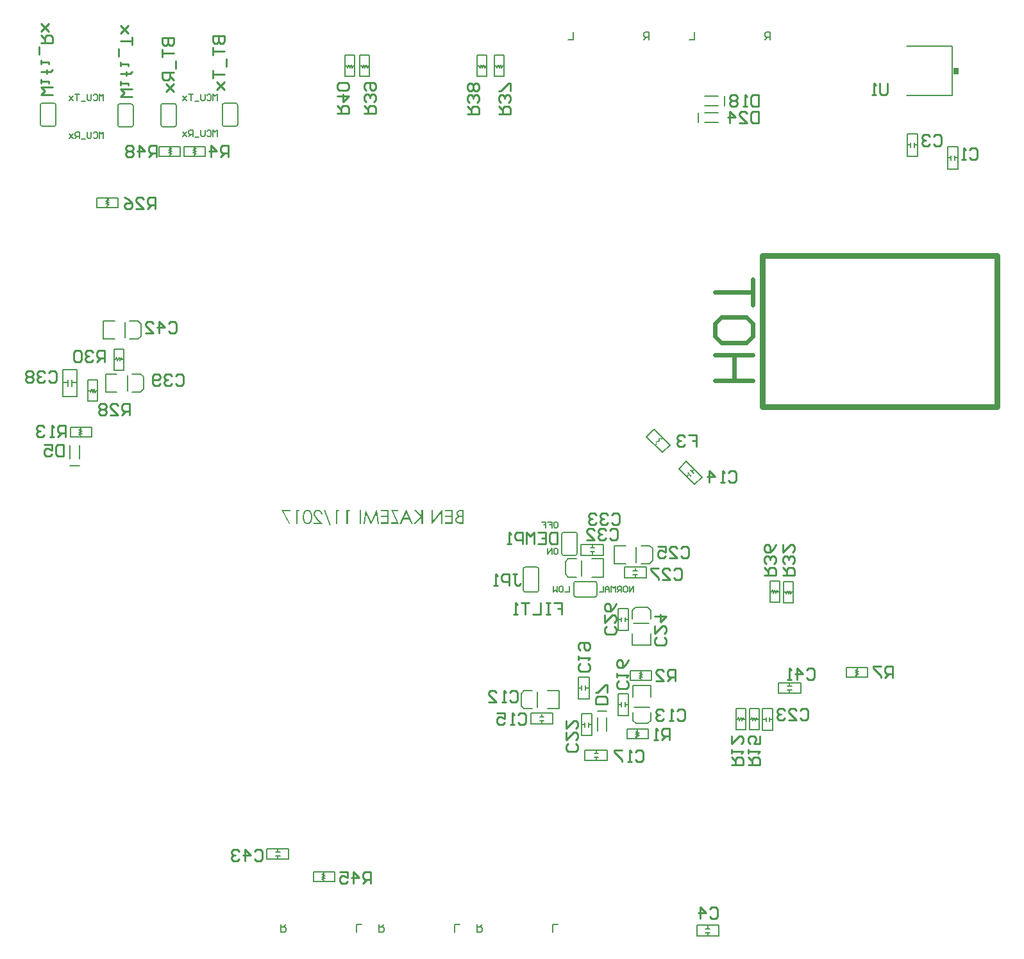
<source format=gbo>
G04 Layer_Color=32896*
%FSLAX24Y24*%
%MOIN*%
G70*
G01*
G75*
%ADD36C,0.0295*%
%ADD39C,0.0236*%
%ADD80C,0.0080*%
%ADD81C,0.0050*%
%ADD82C,0.0059*%
%ADD83C,0.0100*%
%ADD84C,0.0060*%
%ADD193R,0.0300X0.0340*%
G36*
X18107Y23443D02*
X18036D01*
Y24155D01*
X18107D01*
Y23443D01*
D02*
G37*
G36*
X17544Y24085D02*
X17433D01*
Y23443D01*
X17362D01*
Y24155D01*
X17503D01*
X17544Y24085D01*
D02*
G37*
G36*
X19539Y23443D02*
X19134D01*
Y23513D01*
X19467D01*
Y23792D01*
X19134D01*
Y23862D01*
X19467D01*
Y24085D01*
X19130D01*
Y24155D01*
X19539D01*
Y23443D01*
D02*
G37*
G36*
X20810D02*
X20732D01*
X20622Y23676D01*
X20313D01*
X20202Y23443D01*
X20125D01*
X20457Y24155D01*
X20474D01*
X20810Y23443D01*
D02*
G37*
G36*
X20042Y24085D02*
X19775D01*
X20074Y23443D01*
X19681D01*
Y23513D01*
X19965D01*
X19667Y24155D01*
X20042D01*
Y24085D01*
D02*
G37*
G36*
X14433Y24087D02*
X14093D01*
X14422Y23454D01*
X14363Y23425D01*
X13982Y24155D01*
X14433D01*
Y24087D01*
D02*
G37*
G36*
X16551Y23346D02*
X16477D01*
X16182Y24173D01*
X16256D01*
X16551Y23346D01*
D02*
G37*
G36*
X15346Y24172D02*
X15358Y24171D01*
X15382Y24166D01*
X15403Y24160D01*
X15421Y24153D01*
X15429Y24149D01*
X15436Y24146D01*
X15443Y24141D01*
X15448Y24139D01*
X15452Y24137D01*
X15455Y24134D01*
X15457Y24133D01*
X15458Y24132D01*
X15467Y24125D01*
X15477Y24116D01*
X15494Y24098D01*
X15508Y24078D01*
X15521Y24059D01*
X15531Y24042D01*
X15534Y24035D01*
X15537Y24028D01*
X15540Y24023D01*
X15541Y24019D01*
X15543Y24017D01*
Y24016D01*
X15548Y24001D01*
X15553Y23985D01*
X15557Y23968D01*
X15560Y23950D01*
X15565Y23914D01*
X15567Y23895D01*
X15568Y23878D01*
X15570Y23862D01*
X15571Y23846D01*
X15572Y23833D01*
Y23821D01*
X15572Y23812D01*
Y23804D01*
Y23800D01*
Y23799D01*
Y23798D01*
Y23772D01*
X15571Y23749D01*
X15570Y23726D01*
X15567Y23705D01*
X15565Y23686D01*
X15562Y23668D01*
X15560Y23652D01*
X15557Y23637D01*
X15554Y23624D01*
X15552Y23613D01*
X15549Y23603D01*
X15547Y23595D01*
X15544Y23589D01*
X15544Y23584D01*
X15542Y23581D01*
Y23581D01*
X15536Y23567D01*
X15530Y23554D01*
X15522Y23541D01*
X15516Y23530D01*
X15508Y23519D01*
X15501Y23509D01*
X15494Y23500D01*
X15488Y23493D01*
X15481Y23486D01*
X15476Y23480D01*
X15470Y23475D01*
X15466Y23471D01*
X15462Y23467D01*
X15459Y23465D01*
X15458Y23464D01*
X15457Y23463D01*
X15446Y23457D01*
X15435Y23451D01*
X15414Y23441D01*
X15394Y23435D01*
X15375Y23430D01*
X15366Y23428D01*
X15358Y23427D01*
X15351Y23426D01*
X15345D01*
X15340Y23425D01*
X15334D01*
X15321Y23426D01*
X15308Y23426D01*
X15285Y23431D01*
X15263Y23438D01*
X15244Y23445D01*
X15236Y23449D01*
X15229Y23453D01*
X15223Y23456D01*
X15217Y23458D01*
X15213Y23462D01*
X15210Y23463D01*
X15208Y23464D01*
X15207Y23465D01*
X15197Y23473D01*
X15188Y23481D01*
X15170Y23501D01*
X15154Y23521D01*
X15142Y23540D01*
X15132Y23558D01*
X15128Y23565D01*
X15125Y23572D01*
X15122Y23577D01*
X15121Y23581D01*
X15119Y23584D01*
Y23585D01*
X15113Y23600D01*
X15108Y23617D01*
X15100Y23652D01*
X15094Y23687D01*
X15092Y23704D01*
X15090Y23721D01*
X15089Y23737D01*
X15088Y23751D01*
X15087Y23764D01*
Y23776D01*
X15086Y23785D01*
Y23792D01*
Y23796D01*
Y23798D01*
Y23822D01*
X15088Y23845D01*
X15089Y23868D01*
X15091Y23888D01*
X15093Y23907D01*
X15097Y23925D01*
X15099Y23941D01*
X15102Y23955D01*
X15106Y23968D01*
X15108Y23980D01*
X15111Y23990D01*
X15114Y23997D01*
X15116Y24004D01*
X15117Y24009D01*
X15119Y24011D01*
Y24012D01*
X15125Y24027D01*
X15132Y24040D01*
X15139Y24053D01*
X15147Y24064D01*
X15154Y24076D01*
X15161Y24086D01*
X15169Y24095D01*
X15175Y24102D01*
X15183Y24109D01*
X15189Y24115D01*
X15194Y24121D01*
X15199Y24125D01*
X15202Y24128D01*
X15206Y24131D01*
X15207Y24132D01*
X15208Y24132D01*
X15219Y24140D01*
X15230Y24146D01*
X15240Y24151D01*
X15252Y24155D01*
X15272Y24163D01*
X15292Y24168D01*
X15301Y24169D01*
X15308Y24170D01*
X15316Y24172D01*
X15322D01*
X15327Y24173D01*
X15334D01*
X15346Y24172D01*
D02*
G37*
G36*
X16995Y24085D02*
X16883D01*
Y23443D01*
X16812D01*
Y24155D01*
X16953D01*
X16995Y24085D01*
D02*
G37*
G36*
X14914D02*
X14802D01*
Y23443D01*
X14731D01*
Y24155D01*
X14872D01*
X14914Y24085D01*
D02*
G37*
G36*
X22341Y23443D02*
X22267D01*
Y23981D01*
X21797Y23443D01*
X21781D01*
Y24155D01*
X21852D01*
Y23611D01*
X22326Y24155D01*
X22341D01*
Y23443D01*
D02*
G37*
G36*
X19040D02*
X18972D01*
X18902Y23956D01*
X18647Y23443D01*
X18629D01*
X18377Y23952D01*
X18305Y23443D01*
X18236D01*
X18339Y24155D01*
X18350D01*
X18637Y23571D01*
X18926Y24155D01*
X18939D01*
X19040Y23443D01*
D02*
G37*
G36*
X15887Y24172D02*
X15904Y24169D01*
X15922Y24166D01*
X15937Y24162D01*
X15952Y24157D01*
X15966Y24151D01*
X15978Y24145D01*
X15990Y24139D01*
X16000Y24132D01*
X16009Y24126D01*
X16018Y24120D01*
X16024Y24115D01*
X16030Y24111D01*
X16033Y24108D01*
X16036Y24105D01*
X16036Y24105D01*
X16048Y24091D01*
X16059Y24077D01*
X16068Y24064D01*
X16076Y24050D01*
X16082Y24035D01*
X16088Y24021D01*
X16093Y24007D01*
X16096Y23993D01*
X16100Y23981D01*
X16102Y23969D01*
X16104Y23959D01*
X16105Y23950D01*
X16105Y23942D01*
X16106Y23937D01*
Y23933D01*
Y23932D01*
X16038D01*
X16036Y23947D01*
X16034Y23961D01*
X16032Y23974D01*
X16027Y23986D01*
X16023Y23998D01*
X16019Y24009D01*
X16015Y24018D01*
X16010Y24027D01*
X16006Y24034D01*
X16002Y24041D01*
X15998Y24046D01*
X15995Y24051D01*
X15991Y24055D01*
X15989Y24057D01*
X15988Y24059D01*
X15987Y24059D01*
X15978Y24068D01*
X15969Y24075D01*
X15959Y24081D01*
X15950Y24086D01*
X15931Y24094D01*
X15913Y24100D01*
X15897Y24103D01*
X15890Y24104D01*
X15885Y24105D01*
X15880Y24105D01*
X15873D01*
X15861Y24105D01*
X15850Y24104D01*
X15829Y24099D01*
X15810Y24091D01*
X15794Y24084D01*
X15787Y24080D01*
X15781Y24076D01*
X15776Y24072D01*
X15772Y24068D01*
X15768Y24066D01*
X15765Y24064D01*
X15764Y24063D01*
X15763Y24062D01*
X15755Y24054D01*
X15749Y24045D01*
X15742Y24037D01*
X15737Y24027D01*
X15729Y24010D01*
X15724Y23994D01*
X15721Y23979D01*
X15720Y23973D01*
X15719Y23968D01*
X15718Y23964D01*
Y23960D01*
Y23959D01*
Y23958D01*
X15719Y23941D01*
X15722Y23923D01*
X15726Y23909D01*
X15731Y23895D01*
X15735Y23884D01*
X15740Y23875D01*
X15741Y23872D01*
X15743Y23869D01*
X15744Y23868D01*
Y23868D01*
X15749Y23859D01*
X15755Y23850D01*
X15763Y23840D01*
X15771Y23829D01*
X15789Y23807D01*
X15807Y23786D01*
X15815Y23776D01*
X15823Y23766D01*
X15831Y23758D01*
X15838Y23750D01*
X15843Y23744D01*
X15848Y23740D01*
X15850Y23736D01*
X15851Y23736D01*
X16123Y23443D01*
X15640D01*
Y23511D01*
X15969D01*
X15791Y23702D01*
X15776Y23718D01*
X15763Y23734D01*
X15749Y23749D01*
X15739Y23763D01*
X15728Y23775D01*
X15719Y23787D01*
X15711Y23798D01*
X15704Y23808D01*
X15698Y23816D01*
X15692Y23824D01*
X15688Y23831D01*
X15685Y23836D01*
X15682Y23840D01*
X15681Y23843D01*
X15679Y23845D01*
Y23845D01*
X15669Y23866D01*
X15662Y23886D01*
X15657Y23905D01*
X15653Y23923D01*
X15652Y23930D01*
X15651Y23937D01*
X15650Y23944D01*
Y23949D01*
X15649Y23954D01*
Y23957D01*
Y23959D01*
Y23959D01*
X15650Y23975D01*
X15652Y23991D01*
X15655Y24005D01*
X15659Y24019D01*
X15663Y24032D01*
X15669Y24045D01*
X15674Y24056D01*
X15680Y24066D01*
X15685Y24076D01*
X15691Y24084D01*
X15697Y24091D01*
X15701Y24097D01*
X15705Y24102D01*
X15708Y24106D01*
X15710Y24108D01*
X15711Y24109D01*
X15722Y24120D01*
X15735Y24130D01*
X15748Y24138D01*
X15761Y24146D01*
X15775Y24152D01*
X15788Y24157D01*
X15800Y24161D01*
X15813Y24164D01*
X15824Y24167D01*
X15835Y24169D01*
X15845Y24171D01*
X15853Y24172D01*
X15859Y24173D01*
X15869D01*
X15887Y24172D01*
D02*
G37*
G36*
X21333Y23443D02*
X21260D01*
Y23774D01*
X20949Y23443D01*
X20854D01*
X21222Y23836D01*
X20880Y24155D01*
X20975D01*
X21260Y23887D01*
Y24155D01*
X21333D01*
Y23443D01*
D02*
G37*
G36*
X23439D02*
X23244D01*
X23225Y23444D01*
X23207Y23445D01*
X23189Y23449D01*
X23174Y23452D01*
X23158Y23457D01*
X23144Y23462D01*
X23132Y23467D01*
X23120Y23472D01*
X23111Y23478D01*
X23102Y23483D01*
X23094Y23488D01*
X23088Y23493D01*
X23083Y23496D01*
X23079Y23499D01*
X23077Y23501D01*
X23076Y23502D01*
X23065Y23513D01*
X23056Y23525D01*
X23047Y23537D01*
X23039Y23549D01*
X23033Y23562D01*
X23029Y23574D01*
X23024Y23586D01*
X23021Y23597D01*
X23018Y23607D01*
X23016Y23617D01*
X23015Y23625D01*
X23014Y23633D01*
X23013Y23639D01*
Y23643D01*
Y23646D01*
Y23647D01*
X23014Y23663D01*
X23015Y23677D01*
X23019Y23690D01*
X23021Y23702D01*
X23024Y23711D01*
X23028Y23718D01*
X23029Y23723D01*
X23030Y23725D01*
X23037Y23738D01*
X23044Y23749D01*
X23052Y23760D01*
X23060Y23769D01*
X23066Y23777D01*
X23072Y23782D01*
X23075Y23786D01*
X23077Y23786D01*
X23089Y23795D01*
X23102Y23804D01*
X23117Y23812D01*
X23130Y23818D01*
X23143Y23823D01*
X23148Y23826D01*
X23153Y23827D01*
X23156Y23829D01*
X23160Y23830D01*
X23161Y23831D01*
X23162D01*
X23147Y23841D01*
X23133Y23850D01*
X23121Y23861D01*
X23111Y23871D01*
X23104Y23880D01*
X23098Y23886D01*
X23095Y23891D01*
X23094Y23892D01*
Y23893D01*
X23086Y23908D01*
X23080Y23923D01*
X23076Y23938D01*
X23074Y23951D01*
X23071Y23963D01*
X23070Y23972D01*
Y23975D01*
Y23977D01*
Y23979D01*
Y23980D01*
X23071Y23999D01*
X23075Y24016D01*
X23079Y24032D01*
X23084Y24046D01*
X23089Y24057D01*
X23093Y24065D01*
X23095Y24068D01*
X23097Y24071D01*
X23097Y24072D01*
Y24073D01*
X23108Y24087D01*
X23120Y24100D01*
X23132Y24110D01*
X23143Y24119D01*
X23154Y24126D01*
X23162Y24130D01*
X23166Y24132D01*
X23167Y24133D01*
X23169Y24134D01*
X23170D01*
X23179Y24137D01*
X23188Y24141D01*
X23209Y24146D01*
X23230Y24150D01*
X23252Y24152D01*
X23261Y24153D01*
X23270Y24154D01*
X23278D01*
X23285Y24155D01*
X23439D01*
Y23443D01*
D02*
G37*
G36*
X22872D02*
X22467D01*
Y23513D01*
X22801D01*
Y23792D01*
X22467D01*
Y23862D01*
X22801D01*
Y24085D01*
X22464D01*
Y24155D01*
X22872D01*
Y23443D01*
D02*
G37*
%LPC*%
G36*
X20466Y24005D02*
X20345Y23745D01*
X20588D01*
X20466Y24005D01*
D02*
G37*
G36*
X15336Y24105D02*
X15331D01*
X15314Y24104D01*
X15298Y24100D01*
X15283Y24096D01*
X15270Y24090D01*
X15258Y24083D01*
X15250Y24078D01*
X15247Y24077D01*
X15244Y24075D01*
X15244Y24073D01*
X15243D01*
X15234Y24067D01*
X15228Y24060D01*
X15214Y24044D01*
X15202Y24027D01*
X15193Y24011D01*
X15186Y23996D01*
X15183Y23990D01*
X15180Y23984D01*
X15179Y23979D01*
X15177Y23976D01*
X15176Y23973D01*
Y23973D01*
X15172Y23959D01*
X15168Y23945D01*
X15162Y23917D01*
X15158Y23887D01*
X15156Y23859D01*
X15154Y23846D01*
X15153Y23835D01*
Y23824D01*
X15152Y23815D01*
Y23808D01*
Y23802D01*
Y23799D01*
Y23797D01*
Y23777D01*
X15153Y23759D01*
X15155Y23740D01*
X15157Y23723D01*
X15159Y23708D01*
X15161Y23692D01*
X15163Y23678D01*
X15166Y23666D01*
X15169Y23654D01*
X15171Y23644D01*
X15173Y23636D01*
X15175Y23628D01*
X15177Y23622D01*
X15179Y23617D01*
X15180Y23615D01*
Y23614D01*
X15189Y23592D01*
X15198Y23573D01*
X15209Y23558D01*
X15219Y23544D01*
X15228Y23534D01*
X15236Y23526D01*
X15241Y23522D01*
X15242Y23521D01*
X15243D01*
X15258Y23510D01*
X15274Y23503D01*
X15289Y23497D01*
X15303Y23494D01*
X15314Y23491D01*
X15323Y23490D01*
X15326Y23490D01*
X15331D01*
X15348Y23491D01*
X15365Y23494D01*
X15380Y23499D01*
X15394Y23505D01*
X15405Y23511D01*
X15413Y23516D01*
X15417Y23518D01*
X15419Y23519D01*
X15420Y23521D01*
X15421D01*
X15435Y23534D01*
X15448Y23549D01*
X15459Y23564D01*
X15468Y23580D01*
X15475Y23593D01*
X15477Y23599D01*
X15480Y23604D01*
X15481Y23608D01*
X15483Y23612D01*
X15484Y23613D01*
Y23614D01*
X15488Y23626D01*
X15491Y23640D01*
X15494Y23654D01*
X15496Y23669D01*
X15500Y23699D01*
X15503Y23729D01*
X15503Y23743D01*
X15504Y23756D01*
Y23768D01*
X15505Y23777D01*
Y23786D01*
Y23792D01*
Y23795D01*
Y23797D01*
Y23819D01*
X15504Y23840D01*
X15503Y23859D01*
X15502Y23877D01*
X15500Y23893D01*
X15499Y23909D01*
X15496Y23922D01*
X15494Y23934D01*
X15493Y23945D01*
X15490Y23954D01*
X15489Y23962D01*
X15487Y23968D01*
X15485Y23973D01*
X15485Y23977D01*
X15484Y23979D01*
Y23980D01*
X15475Y24001D01*
X15465Y24020D01*
X15454Y24037D01*
X15444Y24050D01*
X15435Y24060D01*
X15427Y24068D01*
X15422Y24072D01*
X15421Y24073D01*
X15421D01*
X15405Y24084D01*
X15389Y24092D01*
X15374Y24098D01*
X15360Y24101D01*
X15348Y24104D01*
X15339Y24105D01*
X15336Y24105D01*
D02*
G37*
G36*
X23370Y24085D02*
X23274D01*
X23261Y24084D01*
X23250Y24082D01*
X23239Y24081D01*
X23229Y24078D01*
X23220Y24076D01*
X23212Y24073D01*
X23205Y24071D01*
X23199Y24068D01*
X23193Y24066D01*
X23188Y24064D01*
X23185Y24061D01*
X23182Y24059D01*
X23180Y24058D01*
X23179Y24057D01*
X23167Y24046D01*
X23159Y24033D01*
X23152Y24020D01*
X23148Y24008D01*
X23146Y23997D01*
X23145Y23988D01*
X23144Y23985D01*
Y23982D01*
Y23981D01*
Y23980D01*
X23145Y23967D01*
X23147Y23955D01*
X23151Y23943D01*
X23154Y23933D01*
X23158Y23925D01*
X23161Y23919D01*
X23164Y23915D01*
X23165Y23914D01*
X23173Y23903D01*
X23182Y23895D01*
X23191Y23886D01*
X23200Y23881D01*
X23208Y23876D01*
X23215Y23872D01*
X23219Y23871D01*
X23220Y23870D01*
X23220D01*
X23227Y23868D01*
X23235Y23866D01*
X23252Y23863D01*
X23270Y23860D01*
X23288Y23859D01*
X23304Y23858D01*
X23311D01*
X23317Y23857D01*
X23370D01*
Y24085D01*
D02*
G37*
G36*
Y23786D02*
X23298D01*
X23284Y23785D01*
X23271Y23784D01*
X23261Y23783D01*
X23250D01*
X23241Y23782D01*
X23233Y23781D01*
X23225Y23781D01*
X23220Y23780D01*
X23215Y23779D01*
X23211Y23778D01*
X23207Y23777D01*
X23205D01*
X23203Y23777D01*
X23184Y23771D01*
X23167Y23763D01*
X23152Y23755D01*
X23140Y23748D01*
X23130Y23740D01*
X23124Y23734D01*
X23120Y23730D01*
X23118Y23729D01*
Y23728D01*
X23107Y23714D01*
X23100Y23700D01*
X23094Y23686D01*
X23091Y23673D01*
X23088Y23663D01*
X23088Y23654D01*
X23087Y23650D01*
Y23648D01*
Y23646D01*
Y23645D01*
X23088Y23631D01*
X23090Y23618D01*
X23094Y23607D01*
X23097Y23596D01*
X23102Y23587D01*
X23106Y23581D01*
X23108Y23576D01*
X23109Y23575D01*
X23118Y23563D01*
X23128Y23554D01*
X23138Y23546D01*
X23147Y23539D01*
X23155Y23534D01*
X23162Y23531D01*
X23166Y23528D01*
X23167Y23527D01*
X23168D01*
X23175Y23525D01*
X23184Y23522D01*
X23201Y23519D01*
X23220Y23516D01*
X23238Y23514D01*
X23256Y23513D01*
X23263D01*
X23269Y23513D01*
X23370D01*
Y23786D01*
D02*
G37*
%LPD*%
D36*
X38976Y29528D02*
X51181D01*
Y37402D01*
X38976D02*
X51181D01*
X38976Y29528D02*
Y37402D01*
D39*
X38484Y30906D02*
X36516D01*
X37500D01*
Y32217D01*
X38484D01*
X36516D01*
X38484Y33857D02*
Y33201D01*
X38156Y32873D01*
X36844D01*
X36516Y33201D01*
Y33857D01*
X36844Y34185D01*
X38156D01*
X38484Y33857D01*
Y34841D02*
Y36153D01*
Y35497D01*
X36516D01*
D80*
X27249Y19882D02*
G03*
X27349Y19981I0J100D01*
G01*
Y21082D02*
G03*
X27249Y21181I-100J0D01*
G01*
X26649D02*
G03*
X26549Y21082I0J-100D01*
G01*
Y19981D02*
G03*
X26649Y19882I100J0D01*
G01*
X26549Y19981D02*
Y21082D01*
X26649Y21181D02*
X27249D01*
X26649Y19882D02*
X27249D01*
X27349Y19981D02*
Y21082D01*
X31294Y22302D02*
X31885D01*
X32672Y21357D02*
X33106D01*
X33263Y21515D01*
Y22145D01*
X33106Y22302D02*
X33263Y22145D01*
X32672Y22302D02*
X33106D01*
X31294Y21357D02*
X31885D01*
X31294D02*
Y22302D01*
X2987Y26815D02*
Y27524D01*
X3479Y26815D02*
Y27524D01*
X2987Y26473D02*
X3479D01*
X4715Y33998D02*
X5306D01*
X6093Y33053D02*
X6526D01*
X6684Y33211D01*
Y33841D01*
X6526Y33998D02*
X6684Y33841D01*
X6093Y33998D02*
X6526D01*
X4715Y33053D02*
X5306D01*
X4715D02*
Y33998D01*
X4833Y31242D02*
X5424D01*
X6211Y30297D02*
X6644D01*
X6802Y30455D01*
Y31085D01*
X6644Y31242D02*
X6802Y31085D01*
X6211Y31242D02*
X6644D01*
X4833Y30297D02*
X5424D01*
X4833D02*
Y31242D01*
X35965Y45207D02*
X36673D01*
X35965Y45699D02*
X36673D01*
X37016Y45207D02*
Y45699D01*
X35984Y44813D02*
X36693D01*
X35984Y44321D02*
X36693D01*
X35642D02*
Y44813D01*
X46482Y45718D02*
X48842Y45718D01*
Y48298D01*
X46482Y48298D02*
X48842Y48298D01*
X27810Y13818D02*
X28401D01*
X26590Y14763D02*
X27023D01*
X26432Y14605D02*
X26590Y14763D01*
X26432Y13975D02*
Y14605D01*
Y13975D02*
X26590Y13818D01*
X27023D01*
X27810Y14763D02*
X28401D01*
Y13818D02*
Y14763D01*
X30891Y12656D02*
Y13365D01*
X30399Y12656D02*
Y13365D01*
Y13708D02*
X30891D01*
X33184Y14428D02*
Y15019D01*
X32239Y13207D02*
Y13641D01*
Y13207D02*
X32397Y13050D01*
X33027D01*
X33184Y13207D01*
Y13641D01*
X32239Y14428D02*
Y15019D01*
X33184D01*
X32220Y17125D02*
Y17715D01*
X33165Y18503D02*
Y18936D01*
X33007Y19093D02*
X33165Y18936D01*
X32377Y19093D02*
X33007D01*
X32220Y18936D02*
X32377Y19093D01*
X32220Y18503D02*
Y18936D01*
X33165Y17125D02*
Y17715D01*
X32220Y17125D02*
X33165D01*
X30113Y20668D02*
X30704D01*
X28893Y21613D02*
X29326D01*
X28735Y21456D02*
X28893Y21613D01*
X28735Y20826D02*
Y21456D01*
Y20826D02*
X28893Y20668D01*
X29326D01*
X30113Y21613D02*
X30704D01*
Y20668D02*
Y21613D01*
D81*
X33676Y27869D02*
G03*
X33747Y27869I35J35D01*
G01*
X33676Y27869D02*
G03*
X33605Y27798I-35J-35D01*
G01*
X33535Y27728D02*
G03*
X33605Y27798I35J35D01*
G01*
X33535Y27728D02*
G03*
X33464Y27657I-35J-35D01*
G01*
X33464Y27586D02*
G03*
X33464Y27657I-35J35D01*
G01*
X8899Y43065D02*
X9999D01*
X8899Y42565D02*
Y43065D01*
Y42565D02*
X9999D01*
Y43065D01*
X9449Y42565D02*
Y42667D01*
X9547Y42707D01*
X9379Y42765D02*
X9547Y42707D01*
X9379Y42765D02*
X9549Y42825D01*
X9379Y42895D02*
X9549Y42825D01*
X9379Y42895D02*
X9549Y42945D01*
X9449Y43005D02*
X9549Y42945D01*
X9449Y43005D02*
Y43065D01*
X7619D02*
X8719D01*
X7619Y42565D02*
Y43065D01*
Y42565D02*
X8719D01*
Y43065D01*
X8169Y42565D02*
Y42667D01*
X8268Y42707D01*
X8099Y42765D02*
X8268Y42707D01*
X8099Y42765D02*
X8269Y42825D01*
X8099Y42895D02*
X8269Y42825D01*
X8099Y42895D02*
X8269Y42945D01*
X8169Y43005D02*
X8269Y42945D01*
X8169Y43005D02*
Y43065D01*
X17770Y46714D02*
Y47814D01*
X17270D02*
X17770D01*
X17270Y46714D02*
Y47814D01*
Y46714D02*
X17770D01*
X17270Y47264D02*
X17372D01*
X17411Y47165D01*
X17470Y47334D01*
X17530Y47164D01*
X17600Y47334D01*
X17650Y47164D01*
X17710Y47264D01*
X17770D01*
X18557Y46714D02*
Y47814D01*
X18057D02*
X18557D01*
X18057Y46714D02*
Y47814D01*
Y46714D02*
X18557D01*
X18057Y47264D02*
X18159D01*
X18199Y47165D01*
X18257Y47334D01*
X18317Y47164D01*
X18387Y47334D01*
X18437Y47164D01*
X18497Y47264D01*
X18557D01*
X15631Y4829D02*
X16731D01*
Y5329D01*
X15631D02*
X16731D01*
X15631Y4829D02*
Y5329D01*
X16181Y5226D02*
Y5329D01*
X16083Y5187D02*
X16181Y5226D01*
X16083Y5187D02*
X16251Y5129D01*
X16081Y5069D02*
X16251Y5129D01*
X16081Y5069D02*
X16251Y4999D01*
X16081Y4949D02*
X16251Y4999D01*
X16081Y4949D02*
X16181Y4889D01*
Y4829D02*
Y4889D01*
X24659Y46714D02*
Y47814D01*
X24159D02*
X24659D01*
X24159Y46714D02*
Y47814D01*
Y46714D02*
X24659D01*
X24159Y47264D02*
X24262D01*
X24301Y47165D01*
X24359Y47334D01*
X24419Y47164D01*
X24489Y47334D01*
X24539Y47164D01*
X24599Y47264D01*
X24659D01*
X25545Y46714D02*
Y47814D01*
X25045D02*
X25545D01*
X25045Y46714D02*
Y47814D01*
Y46714D02*
X25545D01*
X25045Y47264D02*
X25148D01*
X25187Y47165D01*
X25245Y47334D01*
X25305Y47164D01*
X25375Y47334D01*
X25425Y47164D01*
X25485Y47264D01*
X25545D01*
X39380Y19350D02*
Y20450D01*
Y19350D02*
X39880D01*
Y20450D01*
X39380D02*
X39880D01*
X39778Y19900D02*
X39880D01*
X39738Y19998D02*
X39778Y19900D01*
X39680Y19830D02*
X39738Y19998D01*
X39620Y20000D02*
X39680Y19830D01*
X39550D02*
X39620Y20000D01*
X39500D02*
X39550Y19830D01*
X39440Y19900D02*
X39500Y20000D01*
X39380Y19900D02*
X39440D01*
X40570Y19340D02*
Y20440D01*
X40070D02*
X40570D01*
X40070Y19340D02*
Y20440D01*
Y19340D02*
X40570D01*
X40070Y19890D02*
X40172D01*
X40212Y19792D01*
X40270Y19960D01*
X40330Y19790D01*
X40400Y19960D01*
X40450Y19790D01*
X40510Y19890D01*
X40570D01*
X5292Y31440D02*
Y32540D01*
Y31440D02*
X5792D01*
Y32540D01*
X5292D02*
X5792D01*
X5689Y31990D02*
X5792D01*
X5650Y32089D02*
X5689Y31990D01*
X5592Y31920D02*
X5650Y32089D01*
X5532Y32090D02*
X5592Y31920D01*
X5462D02*
X5532Y32090D01*
X5412D02*
X5462Y31920D01*
X5352Y31990D02*
X5412Y32090D01*
X5292Y31990D02*
X5352D01*
X4414Y29826D02*
Y30926D01*
X3914D02*
X4414D01*
X3914Y29826D02*
Y30926D01*
Y29826D02*
X4414D01*
X3914Y30376D02*
X4016D01*
X4056Y30278D01*
X4114Y30446D01*
X4174Y30276D01*
X4244Y30446D01*
X4294Y30276D01*
X4354Y30376D01*
X4414D01*
X4371Y40407D02*
X5471D01*
X4371Y39907D02*
Y40407D01*
Y39907D02*
X5471D01*
Y40407D01*
X4921Y39907D02*
Y40010D01*
X5020Y40049D01*
X4851Y40107D02*
X5020Y40049D01*
X4851Y40107D02*
X5021Y40167D01*
X4851Y40237D02*
X5021Y40167D01*
X4851Y40237D02*
X5021Y40287D01*
X4921Y40347D02*
X5021Y40287D01*
X4921Y40347D02*
Y40407D01*
X38313Y12718D02*
Y13818D01*
Y12718D02*
X38813D01*
Y13818D01*
X38313D02*
X38813D01*
X38711Y13268D02*
X38813D01*
X38671Y13366D02*
X38711Y13268D01*
X38613Y13198D02*
X38671Y13366D01*
X38553Y13368D02*
X38613Y13198D01*
X38483D02*
X38553Y13368D01*
X38433D02*
X38483Y13198D01*
X38373Y13268D02*
X38433Y13368D01*
X38313Y13268D02*
X38373D01*
X3007Y27965D02*
X4107D01*
Y28465D01*
X3007D02*
X4107D01*
X3007Y27965D02*
Y28465D01*
X3557Y28362D02*
Y28465D01*
X3459Y28323D02*
X3557Y28362D01*
X3459Y28323D02*
X3627Y28265D01*
X3457Y28205D02*
X3627Y28265D01*
X3457Y28205D02*
X3627Y28135D01*
X3457Y28085D02*
X3627Y28135D01*
X3457Y28085D02*
X3557Y28025D01*
Y27965D02*
Y28025D01*
X37624Y12718D02*
Y13818D01*
Y12718D02*
X38124D01*
Y13818D01*
X37624D02*
X38124D01*
X38022Y13268D02*
X38124D01*
X37982Y13366D02*
X38022Y13268D01*
X37924Y13198D02*
X37982Y13366D01*
X37864Y13368D02*
X37924Y13198D01*
X37794D02*
X37864Y13368D01*
X37744D02*
X37794Y13198D01*
X37684Y13268D02*
X37744Y13368D01*
X37624Y13268D02*
X37684D01*
X43360Y15450D02*
X44460D01*
Y15950D01*
X43360D02*
X44460D01*
X43360Y15450D02*
Y15950D01*
X43910Y15848D02*
Y15950D01*
X43812Y15808D02*
X43910Y15848D01*
X43812Y15808D02*
X43980Y15750D01*
X43810Y15690D02*
X43980Y15750D01*
X43810Y15690D02*
X43980Y15620D01*
X43810Y15570D02*
X43980Y15620D01*
X43810Y15570D02*
X43910Y15510D01*
Y15450D02*
Y15510D01*
X32127Y15301D02*
X33227D01*
Y15801D01*
X32127D02*
X33227D01*
X32127Y15301D02*
Y15801D01*
X32677Y15699D02*
Y15801D01*
X32579Y15659D02*
X32677Y15699D01*
X32579Y15659D02*
X32747Y15601D01*
X32577Y15541D02*
X32747Y15601D01*
X32577Y15541D02*
X32747Y15471D01*
X32577Y15421D02*
X32747Y15471D01*
X32577Y15421D02*
X32677Y15361D01*
Y15301D02*
Y15361D01*
X31945Y12249D02*
X33045D01*
Y12749D01*
X31945D02*
X33045D01*
X31945Y12249D02*
Y12749D01*
X32495Y12646D02*
Y12749D01*
X32397Y12607D02*
X32495Y12646D01*
X32397Y12607D02*
X32565Y12549D01*
X32395Y12489D02*
X32565Y12549D01*
X32395Y12489D02*
X32565Y12419D01*
X32395Y12369D02*
X32565Y12419D01*
X32395Y12369D02*
X32495Y12309D01*
Y12249D02*
Y12309D01*
X33747Y27869D02*
X33786Y27908D01*
X33410Y27533D02*
X33464Y27586D01*
X32962Y27968D02*
X33775Y27155D01*
X34164Y27544D01*
X33351Y28357D02*
X34164Y27544D01*
X32962Y27968D02*
X33351Y28357D01*
X3358Y30070D02*
Y31470D01*
X2608Y30070D02*
X3358D01*
X2608D02*
Y31470D01*
X3358D01*
X2633Y30781D02*
X2873D01*
X3109D02*
X3333D01*
X2893Y30590D02*
Y30940D01*
X3090Y30590D02*
Y30940D01*
X13681Y6368D02*
X13898D01*
X13681Y6171D02*
X13898D01*
X13780Y6388D02*
Y6516D01*
Y6024D02*
Y6152D01*
X13205Y6535D02*
X14355D01*
X13205Y5985D02*
Y6535D01*
Y5985D02*
X14355D01*
Y6535D01*
X40292Y14998D02*
X40508D01*
X40292Y14801D02*
X40508D01*
X40390Y15018D02*
Y15146D01*
Y14654D02*
Y14782D01*
X39815Y15165D02*
X40965D01*
X39815Y14615D02*
Y15165D01*
Y14615D02*
X40965D01*
Y15165D01*
X30035Y22194D02*
X30251D01*
X30035Y21997D02*
X30251D01*
X30133Y22213D02*
Y22341D01*
Y21849D02*
Y21977D01*
X29558Y22360D02*
X30708D01*
X29558Y21810D02*
Y22360D01*
Y21810D02*
X30708D01*
Y22360D01*
X32259Y20796D02*
X32476D01*
X32259Y20993D02*
X32476D01*
X32377Y20648D02*
Y20776D01*
Y21013D02*
Y21141D01*
X31802Y20629D02*
X32952D01*
Y21179D01*
X31802D02*
X32952D01*
X31802Y20629D02*
Y21179D01*
X31856Y18345D02*
Y18562D01*
X31659Y18345D02*
Y18562D01*
X31875Y18463D02*
X32003D01*
X31511D02*
X31639D01*
X32022Y17888D02*
Y19038D01*
X31472D02*
X32022D01*
X31472Y17888D02*
Y19038D01*
Y17888D02*
X32022D01*
X39360Y13150D02*
Y13366D01*
X39163Y13150D02*
Y13366D01*
X39380Y13268D02*
X39508D01*
X39016D02*
X39144D01*
X39527Y12693D02*
Y13843D01*
X38977D02*
X39527D01*
X38977Y12693D02*
Y13843D01*
Y12693D02*
X39527D01*
X29951Y12874D02*
Y13091D01*
X29754Y12874D02*
Y13091D01*
X29970Y12992D02*
X30098D01*
X29606D02*
X29734D01*
X30118Y12417D02*
Y13567D01*
X29568D02*
X30118D01*
X29568Y12417D02*
Y13567D01*
Y12417D02*
X30118D01*
X29592Y14802D02*
Y15019D01*
X29789Y14802D02*
Y15019D01*
X29444Y14900D02*
X29572D01*
X29808D02*
X29936D01*
X29425Y14325D02*
Y15475D01*
Y14325D02*
X29975D01*
Y15475D01*
X29425D02*
X29975D01*
X30231Y11505D02*
X30448D01*
X30231Y11308D02*
X30448D01*
X30330Y11524D02*
Y11652D01*
Y11160D02*
Y11288D01*
X29755Y11671D02*
X30905D01*
X29755Y11121D02*
Y11671D01*
Y11121D02*
X30905D01*
Y11671D01*
X31639Y13936D02*
Y14152D01*
X31836Y13936D02*
Y14152D01*
X31491Y14034D02*
X31619D01*
X31856D02*
X31983D01*
X31472Y13459D02*
Y14609D01*
Y13459D02*
X32022D01*
Y14609D01*
X31472D02*
X32022D01*
X27397Y13198D02*
X27613D01*
X27397Y13394D02*
X27613D01*
X27515Y13050D02*
Y13178D01*
Y13414D02*
Y13542D01*
X26940Y13031D02*
X28090D01*
Y13581D01*
X26940D02*
X28090D01*
X26940Y13031D02*
Y13581D01*
X35243Y26229D02*
X35396Y26076D01*
X35104Y26090D02*
X35257Y25937D01*
X35327Y26173D02*
X35417Y26264D01*
X35069Y25916D02*
X35160Y26006D01*
X35024Y26684D02*
X35837Y25871D01*
X34635Y26295D02*
X35024Y26684D01*
X34635Y26295D02*
X35448Y25482D01*
X35837Y25871D01*
X36024Y2175D02*
X36240D01*
X36024Y2372D02*
X36240D01*
X36142Y2028D02*
Y2156D01*
Y2392D02*
Y2520D01*
X35567Y2008D02*
X36717D01*
Y2558D01*
X35567D02*
X36717D01*
X35567Y2008D02*
Y2558D01*
X46880Y43032D02*
Y43248D01*
X46683Y43032D02*
Y43248D01*
X46900Y43150D02*
X47028D01*
X46535D02*
X46663D01*
X47047Y42575D02*
Y43725D01*
X46497D02*
X47047D01*
X46497Y42575D02*
Y43725D01*
Y42575D02*
X47047D01*
X48987Y42362D02*
Y42579D01*
X48790Y42362D02*
Y42579D01*
X49006Y42480D02*
X49134D01*
X48642D02*
X48770D01*
X49153Y41905D02*
Y43055D01*
X48603D02*
X49153D01*
X48603Y41905D02*
Y43055D01*
Y41905D02*
X49153D01*
X32429Y21430D02*
Y22230D01*
X5849Y33126D02*
Y33926D01*
X5967Y30370D02*
Y31170D01*
X27267Y13890D02*
Y14690D01*
X32312Y13884D02*
X33112D01*
X32292Y18259D02*
X33092D01*
X29570Y20741D02*
Y21541D01*
D82*
X10630Y43602D02*
Y43917D01*
X10525Y43812D01*
X10420Y43917D01*
Y43602D01*
X10105Y43865D02*
X10158Y43917D01*
X10263D01*
X10315Y43865D01*
Y43655D01*
X10263Y43602D01*
X10158D01*
X10105Y43655D01*
X10000Y43917D02*
Y43655D01*
X9948Y43602D01*
X9843D01*
X9790Y43655D01*
Y43917D01*
X9685Y43550D02*
X9475D01*
X9370Y43602D02*
Y43917D01*
X9213D01*
X9161Y43865D01*
Y43760D01*
X9213Y43707D01*
X9370D01*
X9266D02*
X9161Y43602D01*
X9056Y43812D02*
X8846Y43602D01*
X8951Y43707D01*
X8846Y43812D01*
X9056Y43602D01*
X10630Y45472D02*
Y45787D01*
X10525Y45682D01*
X10420Y45787D01*
Y45472D01*
X10105Y45735D02*
X10158Y45787D01*
X10263D01*
X10315Y45735D01*
Y45525D01*
X10263Y45472D01*
X10158D01*
X10105Y45525D01*
X10000Y45787D02*
Y45525D01*
X9948Y45472D01*
X9843D01*
X9790Y45525D01*
Y45787D01*
X9685Y45420D02*
X9475D01*
X9370Y45787D02*
X9161D01*
X9266D01*
Y45472D01*
X9056Y45682D02*
X8846Y45472D01*
X8951Y45577D01*
X8846Y45682D01*
X9056Y45472D01*
X4724D02*
Y45787D01*
X4619Y45682D01*
X4514Y45787D01*
Y45472D01*
X4200Y45735D02*
X4252Y45787D01*
X4357D01*
X4410Y45735D01*
Y45525D01*
X4357Y45472D01*
X4252D01*
X4200Y45525D01*
X4095Y45787D02*
Y45525D01*
X4042Y45472D01*
X3937D01*
X3885Y45525D01*
Y45787D01*
X3780Y45420D02*
X3570D01*
X3465Y45787D02*
X3255D01*
X3360D01*
Y45472D01*
X3150Y45682D02*
X2940Y45472D01*
X3045Y45577D01*
X2940Y45682D01*
X3150Y45472D01*
X4724Y43504D02*
Y43819D01*
X4619Y43714D01*
X4514Y43819D01*
Y43504D01*
X4200Y43766D02*
X4252Y43819D01*
X4357D01*
X4410Y43766D01*
Y43556D01*
X4357Y43504D01*
X4252D01*
X4200Y43556D01*
X4095Y43819D02*
Y43556D01*
X4042Y43504D01*
X3937D01*
X3885Y43556D01*
Y43819D01*
X3780Y43451D02*
X3570D01*
X3465Y43504D02*
Y43819D01*
X3308D01*
X3255Y43766D01*
Y43661D01*
X3308Y43609D01*
X3465D01*
X3360D02*
X3255Y43504D01*
X3150Y43714D02*
X2940Y43504D01*
X3045Y43609D01*
X2940Y43714D01*
X3150Y43504D01*
X28189Y23543D02*
X28294D01*
X28346Y23491D01*
Y23281D01*
X28294Y23228D01*
X28189D01*
X28137Y23281D01*
Y23491D01*
X28189Y23543D01*
X27822D02*
X28032D01*
Y23386D01*
X27927D01*
X28032D01*
Y23228D01*
X27507Y23543D02*
X27717D01*
Y23386D01*
X27612D01*
X27717D01*
Y23228D01*
X28189Y22165D02*
X28294D01*
X28346Y22113D01*
Y21903D01*
X28294Y21850D01*
X28189D01*
X28137Y21903D01*
Y22113D01*
X28189Y22165D01*
X28032Y21850D02*
Y22165D01*
X27822Y21850D01*
Y22165D01*
X32283Y19882D02*
Y20197D01*
X32074Y19882D01*
Y20197D01*
X31811D02*
X31916D01*
X31969Y20144D01*
Y19934D01*
X31916Y19882D01*
X31811D01*
X31759Y19934D01*
Y20144D01*
X31811Y20197D01*
X31654Y19882D02*
Y20197D01*
X31496D01*
X31444Y20144D01*
Y20039D01*
X31496Y19987D01*
X31654D01*
X31549D02*
X31444Y19882D01*
X31339D02*
Y20197D01*
X31234Y20092D01*
X31129Y20197D01*
Y19882D01*
X31024D02*
Y20092D01*
X30919Y20197D01*
X30814Y20092D01*
Y19882D01*
Y20039D01*
X31024D01*
X30709Y20197D02*
Y19882D01*
X30499D01*
X28937Y20197D02*
Y19882D01*
X28727D01*
X28465Y20197D02*
X28570D01*
X28622Y20144D01*
Y19934D01*
X28570Y19882D01*
X28465D01*
X28412Y19934D01*
Y20144D01*
X28465Y20197D01*
X28307D02*
Y19882D01*
X28202Y19987D01*
X28097Y19882D01*
Y20197D01*
X24154Y2598D02*
Y2205D01*
X24350D01*
X24416Y2270D01*
Y2402D01*
X24350Y2467D01*
X24154D01*
X24285D02*
X24416Y2598D01*
X28091Y2205D02*
Y2598D01*
X28353D01*
X19055D02*
Y2205D01*
X19252D01*
X19318Y2270D01*
Y2402D01*
X19252Y2467D01*
X19055D01*
X19186D02*
X19318Y2598D01*
X22992Y2205D02*
Y2598D01*
X23255D01*
X13957D02*
Y2205D01*
X14153D01*
X14219Y2270D01*
Y2402D01*
X14153Y2467D01*
X13957D01*
X14088D02*
X14219Y2598D01*
X17894Y2205D02*
Y2598D01*
X18156D01*
X33071Y48622D02*
Y49016D01*
X32874D01*
X32808Y48950D01*
Y48819D01*
X32874Y48753D01*
X33071D01*
X32940D02*
X32808Y48622D01*
X29134Y49016D02*
Y48622D01*
X28871D01*
X39370D02*
Y49016D01*
X39173D01*
X39108Y48950D01*
Y48819D01*
X39173Y48753D01*
X39370D01*
X39239D02*
X39108Y48622D01*
X35433Y49016D02*
Y48622D01*
X35171D01*
D83*
X26000Y20830D02*
X26200D01*
X26100D01*
Y20330D01*
X26200Y20230D01*
X26300D01*
X26400Y20330D01*
X25800Y20230D02*
Y20830D01*
X25500D01*
X25400Y20730D01*
Y20530D01*
X25500Y20430D01*
X25800D01*
X25200Y20230D02*
X25000D01*
X25100D01*
Y20830D01*
X25200Y20730D01*
X7480Y42520D02*
Y43119D01*
X7180D01*
X7080Y43020D01*
Y42820D01*
X7180Y42720D01*
X7480D01*
X7280D02*
X7080Y42520D01*
X6581D02*
Y43119D01*
X6881Y42820D01*
X6481D01*
X6281Y43020D02*
X6181Y43119D01*
X5981D01*
X5881Y43020D01*
Y42920D01*
X5981Y42820D01*
X5881Y42720D01*
Y42620D01*
X5981Y42520D01*
X6181D01*
X6281Y42620D01*
Y42720D01*
X6181Y42820D01*
X6281Y42920D01*
Y43020D01*
X6181Y42820D02*
X5981D01*
X11220Y42520D02*
Y43119D01*
X10921D01*
X10821Y43020D01*
Y42820D01*
X10921Y42720D01*
X11220D01*
X11021D02*
X10821Y42520D01*
X10321D02*
Y43119D01*
X10621Y42820D01*
X10221D01*
X7766Y48720D02*
X8366D01*
Y48421D01*
X8266Y48321D01*
X8166D01*
X8066Y48421D01*
Y48720D01*
Y48421D01*
X7966Y48321D01*
X7866D01*
X7766Y48421D01*
Y48720D01*
Y48121D02*
Y47721D01*
Y47921D01*
X8366D01*
X8466Y47521D02*
Y47121D01*
X8366Y46921D02*
X7766D01*
Y46621D01*
X7866Y46521D01*
X8066D01*
X8166Y46621D01*
Y46921D01*
Y46721D02*
X8366Y46521D01*
X7966Y46321D02*
X8366Y45921D01*
X8166Y46121D01*
X7966Y45921D01*
X8366Y46321D01*
X10424Y48819D02*
X11024D01*
Y48519D01*
X10924Y48419D01*
X10824D01*
X10724Y48519D01*
Y48819D01*
Y48519D01*
X10624Y48419D01*
X10524D01*
X10424Y48519D01*
Y48819D01*
Y48219D02*
Y47819D01*
Y48019D01*
X11024D01*
X11124Y47619D02*
Y47219D01*
X10424Y47019D02*
Y46620D01*
Y46820D01*
X11024D01*
X10624Y46420D02*
X11024Y46020D01*
X10824Y46220D01*
X10624Y46020D01*
X11024Y46420D01*
X49738Y42911D02*
X49838Y43011D01*
X50038D01*
X50138Y42911D01*
Y42511D01*
X50038Y42411D01*
X49838D01*
X49738Y42511D01*
X49538Y42411D02*
X49338D01*
X49438D01*
Y43011D01*
X49538Y42911D01*
X47868Y43610D02*
X47968Y43710D01*
X48168D01*
X48268Y43610D01*
Y43210D01*
X48168Y43110D01*
X47968D01*
X47868Y43210D01*
X47668Y43610D02*
X47568Y43710D01*
X47368D01*
X47268Y43610D01*
Y43510D01*
X47368Y43410D01*
X47468D01*
X47368D01*
X47268Y43310D01*
Y43210D01*
X47368Y43110D01*
X47568D01*
X47668Y43210D01*
X36242Y3384D02*
X36342Y3484D01*
X36542D01*
X36642Y3384D01*
Y2984D01*
X36542Y2884D01*
X36342D01*
X36242Y2984D01*
X35742Y2884D02*
Y3484D01*
X36042Y3184D01*
X35642D01*
X25830Y14653D02*
X25930Y14753D01*
X26130D01*
X26230Y14653D01*
Y14254D01*
X26130Y14154D01*
X25930D01*
X25830Y14254D01*
X25631Y14154D02*
X25431D01*
X25531D01*
Y14753D01*
X25631Y14653D01*
X24731Y14154D02*
X25131D01*
X24731Y14553D01*
Y14653D01*
X24831Y14753D01*
X25031D01*
X25131Y14653D01*
X34541Y13689D02*
X34641Y13789D01*
X34841D01*
X34941Y13689D01*
Y13289D01*
X34841Y13189D01*
X34641D01*
X34541Y13289D01*
X34341Y13189D02*
X34141D01*
X34241D01*
Y13789D01*
X34341Y13689D01*
X33841D02*
X33741Y13789D01*
X33541D01*
X33441Y13689D01*
Y13589D01*
X33541Y13489D01*
X33641D01*
X33541D01*
X33441Y13389D01*
Y13289D01*
X33541Y13189D01*
X33741D01*
X33841Y13289D01*
X37199Y26090D02*
X37299Y26190D01*
X37498D01*
X37598Y26090D01*
Y25691D01*
X37498Y25591D01*
X37299D01*
X37199Y25691D01*
X36999Y25591D02*
X36799D01*
X36899D01*
Y26190D01*
X36999Y26090D01*
X36199Y25591D02*
Y26190D01*
X36499Y25890D01*
X36099D01*
X26293Y13492D02*
X26393Y13592D01*
X26593D01*
X26693Y13492D01*
Y13092D01*
X26593Y12992D01*
X26393D01*
X26293Y13092D01*
X26093Y12992D02*
X25893D01*
X25993D01*
Y13592D01*
X26093Y13492D01*
X25193Y13592D02*
X25593D01*
Y13292D01*
X25393Y13392D01*
X25293D01*
X25193Y13292D01*
Y13092D01*
X25293Y12992D01*
X25493D01*
X25593Y13092D01*
X31897Y15262D02*
X31997Y15162D01*
Y14962D01*
X31897Y14862D01*
X31498D01*
X31398Y14962D01*
Y15162D01*
X31498Y15262D01*
X31398Y15462D02*
Y15662D01*
Y15562D01*
X31997D01*
X31897Y15462D01*
X31997Y16362D02*
X31897Y16162D01*
X31698Y15962D01*
X31498D01*
X31398Y16062D01*
Y16262D01*
X31498Y16362D01*
X31598D01*
X31698Y16262D01*
Y15962D01*
X32366Y11563D02*
X32466Y11663D01*
X32666D01*
X32766Y11563D01*
Y11163D01*
X32666Y11063D01*
X32466D01*
X32366Y11163D01*
X32166Y11063D02*
X31966D01*
X32066D01*
Y11663D01*
X32166Y11563D01*
X31666Y11663D02*
X31266D01*
Y11563D01*
X31666Y11163D01*
Y11063D01*
X29929Y16148D02*
X30029Y16048D01*
Y15848D01*
X29929Y15748D01*
X29529D01*
X29429Y15848D01*
Y16048D01*
X29529Y16148D01*
X29429Y16348D02*
Y16548D01*
Y16448D01*
X30029D01*
X29929Y16348D01*
X29529Y16848D02*
X29429Y16948D01*
Y17148D01*
X29529Y17248D01*
X29929D01*
X30029Y17148D01*
Y16948D01*
X29929Y16848D01*
X29829D01*
X29729Y16948D01*
Y17248D01*
X29279Y11985D02*
X29379Y11885D01*
Y11685D01*
X29279Y11585D01*
X28879D01*
X28780Y11685D01*
Y11885D01*
X28879Y11985D01*
X28780Y12584D02*
Y12184D01*
X29179Y12584D01*
X29279D01*
X29379Y12484D01*
Y12284D01*
X29279Y12184D01*
X28780Y13184D02*
Y12784D01*
X29179Y13184D01*
X29279D01*
X29379Y13084D01*
Y12884D01*
X29279Y12784D01*
X40958Y13728D02*
X41058Y13828D01*
X41258D01*
X41358Y13728D01*
Y13328D01*
X41258Y13228D01*
X41058D01*
X40958Y13328D01*
X40359Y13228D02*
X40758D01*
X40359Y13628D01*
Y13728D01*
X40459Y13828D01*
X40658D01*
X40758Y13728D01*
X40159D02*
X40059Y13828D01*
X39859D01*
X39759Y13728D01*
Y13628D01*
X39859Y13528D01*
X39959D01*
X39859D01*
X39759Y13428D01*
Y13328D01*
X39859Y13228D01*
X40059D01*
X40159Y13328D01*
X33866Y17526D02*
X33966Y17426D01*
Y17226D01*
X33866Y17126D01*
X33466D01*
X33366Y17226D01*
Y17426D01*
X33466Y17526D01*
X33366Y18126D02*
Y17726D01*
X33766Y18126D01*
X33866D01*
X33966Y18026D01*
Y17826D01*
X33866Y17726D01*
X33366Y18626D02*
X33966D01*
X33666Y18326D01*
Y18725D01*
X34738Y22163D02*
X34838Y22263D01*
X35038D01*
X35138Y22163D01*
Y21763D01*
X35038Y21663D01*
X34838D01*
X34738Y21763D01*
X34138Y21663D02*
X34538D01*
X34138Y22063D01*
Y22163D01*
X34238Y22263D01*
X34438D01*
X34538Y22163D01*
X33538Y22263D02*
X33938D01*
Y21963D01*
X33738Y22063D01*
X33638D01*
X33538Y21963D01*
Y21763D01*
X33638Y21663D01*
X33838D01*
X33938Y21763D01*
X31280Y18110D02*
X31380Y18010D01*
Y17810D01*
X31280Y17710D01*
X30880D01*
X30780Y17810D01*
Y18010D01*
X30880Y18110D01*
X30780Y18710D02*
Y18310D01*
X31180Y18710D01*
X31280D01*
X31380Y18610D01*
Y18410D01*
X31280Y18310D01*
X31380Y19309D02*
X31280Y19110D01*
X31080Y18910D01*
X30880D01*
X30780Y19010D01*
Y19210D01*
X30880Y19309D01*
X30980D01*
X31080Y19210D01*
Y18910D01*
X34384Y21012D02*
X34484Y21112D01*
X34683D01*
X34783Y21012D01*
Y20612D01*
X34683Y20512D01*
X34484D01*
X34384Y20612D01*
X33784Y20512D02*
X34184D01*
X33784Y20912D01*
Y21012D01*
X33884Y21112D01*
X34084D01*
X34184Y21012D01*
X33584Y21112D02*
X33184D01*
Y21012D01*
X33584Y20612D01*
Y20512D01*
X31060Y23110D02*
X31160Y23210D01*
X31360D01*
X31460Y23110D01*
Y22710D01*
X31360Y22610D01*
X31160D01*
X31060Y22710D01*
X30860Y23110D02*
X30760Y23210D01*
X30560D01*
X30460Y23110D01*
Y23010D01*
X30560Y22910D01*
X30660D01*
X30560D01*
X30460Y22810D01*
Y22710D01*
X30560Y22610D01*
X30760D01*
X30860Y22710D01*
X29861Y22610D02*
X30260D01*
X29861Y23010D01*
Y23110D01*
X29960Y23210D01*
X30160D01*
X30260Y23110D01*
X31150Y23900D02*
X31250Y24000D01*
X31450D01*
X31550Y23900D01*
Y23500D01*
X31450Y23400D01*
X31250D01*
X31150Y23500D01*
X30950Y23900D02*
X30850Y24000D01*
X30650D01*
X30550Y23900D01*
Y23800D01*
X30650Y23700D01*
X30750D01*
X30650D01*
X30550Y23600D01*
Y23500D01*
X30650Y23400D01*
X30850D01*
X30950Y23500D01*
X30350Y23900D02*
X30250Y24000D01*
X30050D01*
X29951Y23900D01*
Y23800D01*
X30050Y23700D01*
X30150D01*
X30050D01*
X29951Y23600D01*
Y23500D01*
X30050Y23400D01*
X30250D01*
X30350Y23500D01*
X1864Y31307D02*
X1964Y31407D01*
X2164D01*
X2264Y31307D01*
Y30907D01*
X2164Y30807D01*
X1964D01*
X1864Y30907D01*
X1664Y31307D02*
X1564Y31407D01*
X1364D01*
X1264Y31307D01*
Y31207D01*
X1364Y31107D01*
X1464D01*
X1364D01*
X1264Y31007D01*
Y30907D01*
X1364Y30807D01*
X1564D01*
X1664Y30907D01*
X1064Y31307D02*
X964Y31407D01*
X764D01*
X664Y31307D01*
Y31207D01*
X764Y31107D01*
X664Y31007D01*
Y30907D01*
X764Y30807D01*
X964D01*
X1064Y30907D01*
Y31007D01*
X964Y31107D01*
X1064Y31207D01*
Y31307D01*
X964Y31107D02*
X764D01*
X8468Y31130D02*
X8568Y31230D01*
X8768D01*
X8868Y31130D01*
Y30730D01*
X8768Y30630D01*
X8568D01*
X8468Y30730D01*
X8268Y31130D02*
X8168Y31230D01*
X7968D01*
X7868Y31130D01*
Y31030D01*
X7968Y30930D01*
X8068D01*
X7968D01*
X7868Y30830D01*
Y30730D01*
X7968Y30630D01*
X8168D01*
X8268Y30730D01*
X7668D02*
X7569Y30630D01*
X7369D01*
X7269Y30730D01*
Y31130D01*
X7369Y31230D01*
X7569D01*
X7668Y31130D01*
Y31030D01*
X7569Y30930D01*
X7269D01*
X41293Y15834D02*
X41393Y15934D01*
X41593D01*
X41693Y15834D01*
Y15435D01*
X41593Y15335D01*
X41393D01*
X41293Y15435D01*
X40793Y15335D02*
Y15934D01*
X41093Y15635D01*
X40693D01*
X40493Y15335D02*
X40293D01*
X40393D01*
Y15934D01*
X40493Y15834D01*
X8114Y33876D02*
X8214Y33976D01*
X8414D01*
X8514Y33876D01*
Y33476D01*
X8414Y33376D01*
X8214D01*
X8114Y33476D01*
X7614Y33376D02*
Y33976D01*
X7914Y33676D01*
X7514D01*
X6914Y33376D02*
X7314D01*
X6914Y33776D01*
Y33876D01*
X7014Y33976D01*
X7214D01*
X7314Y33876D01*
X12592Y6405D02*
X12692Y6505D01*
X12892D01*
X12992Y6405D01*
Y6005D01*
X12892Y5906D01*
X12692D01*
X12592Y6005D01*
X12092Y5906D02*
Y6505D01*
X12392Y6205D01*
X11992D01*
X11793Y6405D02*
X11693Y6505D01*
X11493D01*
X11393Y6405D01*
Y6305D01*
X11493Y6205D01*
X11593D01*
X11493D01*
X11393Y6105D01*
Y6005D01*
X11493Y5906D01*
X11693D01*
X11793Y6005D01*
X2657Y27568D02*
Y26969D01*
X2358D01*
X2258Y27068D01*
Y27468D01*
X2358Y27568D01*
X2657D01*
X1658D02*
X2058D01*
Y27268D01*
X1858Y27368D01*
X1758D01*
X1658Y27268D01*
Y27068D01*
X1758Y26969D01*
X1958D01*
X2058Y27068D01*
X30915Y14075D02*
X30315D01*
Y14375D01*
X30415Y14475D01*
X30815D01*
X30915Y14375D01*
Y14075D01*
Y14675D02*
Y15074D01*
X30815D01*
X30415Y14675D01*
X30315D01*
X38780Y45777D02*
Y45177D01*
X38480D01*
X38380Y45277D01*
Y45677D01*
X38480Y45777D01*
X38780D01*
X38180Y45177D02*
X37980D01*
X38080D01*
Y45777D01*
X38180Y45677D01*
X37680D02*
X37580Y45777D01*
X37380D01*
X37280Y45677D01*
Y45577D01*
X37380Y45477D01*
X37280Y45377D01*
Y45277D01*
X37380Y45177D01*
X37580D01*
X37680Y45277D01*
Y45377D01*
X37580Y45477D01*
X37680Y45577D01*
Y45677D01*
X37580Y45477D02*
X37380D01*
X38780Y44891D02*
Y44291D01*
X38480D01*
X38380Y44391D01*
Y44791D01*
X38480Y44891D01*
X38780D01*
X37780Y44291D02*
X38180D01*
X37780Y44691D01*
Y44791D01*
X37880Y44891D01*
X38080D01*
X38180Y44791D01*
X37280Y44291D02*
Y44891D01*
X37580Y44591D01*
X37180D01*
X28327Y22992D02*
Y22392D01*
X28027D01*
X27927Y22492D01*
Y22892D01*
X28027Y22992D01*
X28327D01*
X27327D02*
X27727D01*
Y22392D01*
X27327D01*
X27727Y22692D02*
X27527D01*
X27127Y22392D02*
Y22992D01*
X26927Y22792D01*
X26727Y22992D01*
Y22392D01*
X26527D02*
Y22992D01*
X26227D01*
X26127Y22892D01*
Y22692D01*
X26227Y22592D01*
X26527D01*
X25928Y22392D02*
X25728D01*
X25828D01*
Y22992D01*
X25928Y22892D01*
X35132Y28060D02*
X35531D01*
Y27761D01*
X35332D01*
X35531D01*
Y27461D01*
X34932Y27960D02*
X34832Y28060D01*
X34632D01*
X34532Y27960D01*
Y27861D01*
X34632Y27761D01*
X34732D01*
X34632D01*
X34532Y27661D01*
Y27561D01*
X34632Y27461D01*
X34832D01*
X34932Y27561D01*
X28150Y19340D02*
X28550D01*
Y19040D01*
X28350D01*
X28550D01*
Y18740D01*
X27950Y19340D02*
X27750D01*
X27850D01*
Y18740D01*
X27950D01*
X27750D01*
X27450Y19340D02*
Y18740D01*
X27050D01*
X26851Y19340D02*
X26451D01*
X26651D01*
Y18740D01*
X26251D02*
X26051D01*
X26151D01*
Y19340D01*
X26251Y19240D01*
X34154Y12205D02*
Y12805D01*
X33854D01*
X33754Y12705D01*
Y12505D01*
X33854Y12405D01*
X34154D01*
X33954D02*
X33754Y12205D01*
X33554D02*
X33354D01*
X33454D01*
Y12805D01*
X33554Y12705D01*
X34449Y15256D02*
Y15856D01*
X34149D01*
X34049Y15756D01*
Y15556D01*
X34149Y15456D01*
X34449D01*
X34249D02*
X34049Y15256D01*
X33449D02*
X33849D01*
X33449Y15656D01*
Y15756D01*
X33549Y15856D01*
X33749D01*
X33849Y15756D01*
X45758Y15413D02*
Y16013D01*
X45458D01*
X45358Y15913D01*
Y15713D01*
X45458Y15613D01*
X45758D01*
X45558D02*
X45358Y15413D01*
X45158Y16013D02*
X44758D01*
Y15913D01*
X45158Y15513D01*
Y15413D01*
X37372Y10906D02*
X37972D01*
Y11205D01*
X37872Y11305D01*
X37672D01*
X37572Y11205D01*
Y10906D01*
Y11105D02*
X37372Y11305D01*
Y11505D02*
Y11705D01*
Y11605D01*
X37972D01*
X37872Y11505D01*
X37372Y12405D02*
Y12005D01*
X37772Y12405D01*
X37872D01*
X37972Y12305D01*
Y12105D01*
X37872Y12005D01*
X2756Y27953D02*
Y28553D01*
X2456D01*
X2356Y28453D01*
Y28253D01*
X2456Y28153D01*
X2756D01*
X2556D02*
X2356Y27953D01*
X2156D02*
X1956D01*
X2056D01*
Y28553D01*
X2156Y28453D01*
X1656D02*
X1556Y28553D01*
X1356D01*
X1256Y28453D01*
Y28353D01*
X1356Y28253D01*
X1456D01*
X1356D01*
X1256Y28153D01*
Y28053D01*
X1356Y27953D01*
X1556D01*
X1656Y28053D01*
X38258Y10906D02*
X38858D01*
Y11205D01*
X38758Y11305D01*
X38558D01*
X38458Y11205D01*
Y10906D01*
Y11105D02*
X38258Y11305D01*
Y11505D02*
Y11705D01*
Y11605D01*
X38858D01*
X38758Y11505D01*
X38858Y12405D02*
Y12005D01*
X38558D01*
X38658Y12205D01*
Y12305D01*
X38558Y12405D01*
X38358D01*
X38258Y12305D01*
Y12105D01*
X38358Y12005D01*
X7402Y39833D02*
Y40432D01*
X7102D01*
X7002Y40333D01*
Y40133D01*
X7102Y40033D01*
X7402D01*
X7202D02*
X7002Y39833D01*
X6402D02*
X6802D01*
X6402Y40233D01*
Y40333D01*
X6502Y40432D01*
X6702D01*
X6802Y40333D01*
X5802Y40432D02*
X6002Y40333D01*
X6202Y40133D01*
Y39933D01*
X6102Y39833D01*
X5902D01*
X5802Y39933D01*
Y40033D01*
X5902Y40133D01*
X6202D01*
X6063Y29104D02*
Y29704D01*
X5763D01*
X5663Y29604D01*
Y29404D01*
X5763Y29304D01*
X6063D01*
X5863D02*
X5663Y29104D01*
X5063D02*
X5463D01*
X5063Y29504D01*
Y29604D01*
X5163Y29704D01*
X5363D01*
X5463Y29604D01*
X4863D02*
X4763Y29704D01*
X4563D01*
X4464Y29604D01*
Y29504D01*
X4563Y29404D01*
X4464Y29304D01*
Y29204D01*
X4563Y29104D01*
X4763D01*
X4863Y29204D01*
Y29304D01*
X4763Y29404D01*
X4863Y29504D01*
Y29604D01*
X4763Y29404D02*
X4563D01*
X4774Y31870D02*
Y32470D01*
X4474D01*
X4374Y32370D01*
Y32170D01*
X4474Y32070D01*
X4774D01*
X4574D02*
X4374Y31870D01*
X4174Y32370D02*
X4074Y32470D01*
X3874D01*
X3774Y32370D01*
Y32270D01*
X3874Y32170D01*
X3974D01*
X3874D01*
X3774Y32070D01*
Y31970D01*
X3874Y31870D01*
X4074D01*
X4174Y31970D01*
X3574Y32370D02*
X3474Y32470D01*
X3274D01*
X3174Y32370D01*
Y31970D01*
X3274Y31870D01*
X3474D01*
X3574Y31970D01*
Y32370D01*
X40059Y20768D02*
X40659D01*
Y21068D01*
X40559Y21168D01*
X40359D01*
X40259Y21068D01*
Y20768D01*
Y20968D02*
X40059Y21168D01*
X40559Y21368D02*
X40659Y21467D01*
Y21667D01*
X40559Y21767D01*
X40459D01*
X40359Y21667D01*
Y21567D01*
Y21667D01*
X40259Y21767D01*
X40159D01*
X40059Y21667D01*
Y21467D01*
X40159Y21368D01*
X40059Y22367D02*
Y21967D01*
X40459Y22367D01*
X40559D01*
X40659Y22267D01*
Y22067D01*
X40559Y21967D01*
X39075Y20768D02*
X39675D01*
Y21068D01*
X39575Y21168D01*
X39375D01*
X39275Y21068D01*
Y20768D01*
Y20968D02*
X39075Y21168D01*
X39575Y21368D02*
X39675Y21467D01*
Y21667D01*
X39575Y21767D01*
X39475D01*
X39375Y21667D01*
Y21567D01*
Y21667D01*
X39275Y21767D01*
X39175D01*
X39075Y21667D01*
Y21467D01*
X39175Y21368D01*
X39675Y22367D02*
X39575Y22167D01*
X39375Y21967D01*
X39175D01*
X39075Y22067D01*
Y22267D01*
X39175Y22367D01*
X39275D01*
X39375Y22267D01*
Y21967D01*
X25276Y44764D02*
X25875D01*
Y45064D01*
X25775Y45164D01*
X25575D01*
X25476Y45064D01*
Y44764D01*
Y44964D02*
X25276Y45164D01*
X25775Y45364D02*
X25875Y45464D01*
Y45663D01*
X25775Y45763D01*
X25675D01*
X25575Y45663D01*
Y45564D01*
Y45663D01*
X25476Y45763D01*
X25376D01*
X25276Y45663D01*
Y45464D01*
X25376Y45364D01*
X25875Y45963D02*
Y46363D01*
X25775D01*
X25376Y45963D01*
X25276D01*
X23652Y44754D02*
X24251D01*
Y45054D01*
X24151Y45154D01*
X23951D01*
X23852Y45054D01*
Y44754D01*
Y44954D02*
X23652Y45154D01*
X24151Y45354D02*
X24251Y45454D01*
Y45654D01*
X24151Y45754D01*
X24051D01*
X23951Y45654D01*
Y45554D01*
Y45654D01*
X23852Y45754D01*
X23752D01*
X23652Y45654D01*
Y45454D01*
X23752Y45354D01*
X24151Y45954D02*
X24251Y46054D01*
Y46253D01*
X24151Y46353D01*
X24051D01*
X23951Y46253D01*
X23852Y46353D01*
X23752D01*
X23652Y46253D01*
Y46054D01*
X23752Y45954D01*
X23852D01*
X23951Y46054D01*
X24051Y45954D01*
X24151D01*
X23951Y46054D02*
Y46253D01*
X18602Y4724D02*
Y5324D01*
X18302D01*
X18202Y5224D01*
Y5024D01*
X18302Y4924D01*
X18602D01*
X18402D02*
X18202Y4724D01*
X17703D02*
Y5324D01*
X18003Y5024D01*
X17603D01*
X17003Y5324D02*
X17403D01*
Y5024D01*
X17203Y5124D01*
X17103D01*
X17003Y5024D01*
Y4824D01*
X17103Y4724D01*
X17303D01*
X17403Y4824D01*
X45472Y46368D02*
Y45868D01*
X45372Y45768D01*
X45173D01*
X45073Y45868D01*
Y46368D01*
X44873Y45768D02*
X44673D01*
X44773D01*
Y46368D01*
X44873Y46268D01*
X2076Y45768D02*
X1476D01*
X1676Y45968D01*
X1476Y46168D01*
X2076D01*
X1476Y46368D02*
Y46567D01*
Y46467D01*
X1876D01*
Y46368D01*
X1476Y46967D02*
X1976D01*
X1776D01*
Y46867D01*
Y47067D01*
Y46967D01*
X1976D01*
X2076Y47067D01*
X1476Y47367D02*
Y47567D01*
Y47467D01*
X1876D01*
Y47367D01*
X1376Y47867D02*
Y48267D01*
X1476Y48467D02*
X2076D01*
Y48767D01*
X1976Y48867D01*
X1776D01*
X1676Y48767D01*
Y48467D01*
Y48667D02*
X1476Y48867D01*
X1876Y49067D02*
X1476Y49467D01*
X1676Y49267D01*
X1876Y49467D01*
X1476Y49067D01*
X6210Y45669D02*
X5610D01*
X5810Y45869D01*
X5610Y46069D01*
X6210D01*
X5610Y46269D02*
Y46469D01*
Y46369D01*
X6010D01*
Y46269D01*
X5610Y46869D02*
X6110D01*
X5910D01*
Y46769D01*
Y46969D01*
Y46869D01*
X6110D01*
X6210Y46969D01*
X5610Y47269D02*
Y47469D01*
Y47369D01*
X6010D01*
Y47269D01*
X5510Y47769D02*
Y48168D01*
X6210Y48368D02*
Y48768D01*
Y48568D01*
X5610D01*
X6010Y48968D02*
X5610Y49368D01*
X5810Y49168D01*
X6010Y49368D01*
X5610Y48968D01*
X18287Y44793D02*
X18887D01*
Y45093D01*
X18787Y45193D01*
X18587D01*
X18487Y45093D01*
Y44793D01*
Y44993D02*
X18287Y45193D01*
X18787Y45393D02*
X18887Y45493D01*
Y45693D01*
X18787Y45793D01*
X18687D01*
X18587Y45693D01*
Y45593D01*
Y45693D01*
X18487Y45793D01*
X18387D01*
X18287Y45693D01*
Y45493D01*
X18387Y45393D01*
Y45993D02*
X18287Y46093D01*
Y46293D01*
X18387Y46393D01*
X18787D01*
X18887Y46293D01*
Y46093D01*
X18787Y45993D01*
X18687D01*
X18587Y46093D01*
Y46393D01*
X16890Y44783D02*
X17490D01*
Y45083D01*
X17390Y45183D01*
X17190D01*
X17090Y45083D01*
Y44783D01*
Y44983D02*
X16890Y45183D01*
Y45683D02*
X17490D01*
X17190Y45383D01*
Y45783D01*
X17390Y45983D02*
X17490Y46083D01*
Y46283D01*
X17390Y46383D01*
X16990D01*
X16890Y46283D01*
Y46083D01*
X16990Y45983D01*
X17390D01*
D84*
X1550Y45324D02*
G03*
X1450Y45224I0J-100D01*
G01*
Y44224D02*
G03*
X1550Y44124I100J0D01*
G01*
X2150D02*
G03*
X2250Y44224I0J100D01*
G01*
Y45224D02*
G03*
X2150Y45324I-100J0D01*
G01*
X6166Y44085D02*
G03*
X6266Y44185I0J100D01*
G01*
Y45185D02*
G03*
X6166Y45285I-100J0D01*
G01*
X5566D02*
G03*
X5466Y45185I0J-100D01*
G01*
Y44185D02*
G03*
X5566Y44085I100J0D01*
G01*
X7810Y45305D02*
G03*
X7710Y45205I0J-100D01*
G01*
Y44205D02*
G03*
X7810Y44105I100J0D01*
G01*
X8410D02*
G03*
X8510Y44205I0J100D01*
G01*
Y45205D02*
G03*
X8410Y45305I-100J0D01*
G01*
X11599Y44124D02*
G03*
X11699Y44224I0J100D01*
G01*
Y45224D02*
G03*
X11599Y45324I-100J0D01*
G01*
X10999D02*
G03*
X10899Y45224I0J-100D01*
G01*
Y44224D02*
G03*
X10999Y44124I100J0D01*
G01*
X29179Y19738D02*
G03*
X29279Y19638I100J0D01*
G01*
X30279D02*
G03*
X30379Y19738I0J100D01*
G01*
Y20338D02*
G03*
X30279Y20438I-100J0D01*
G01*
X29279D02*
G03*
X29179Y20338I0J-100D01*
G01*
X28652Y23000D02*
G03*
X28552Y22900I0J-100D01*
G01*
Y21900D02*
G03*
X28652Y21800I100J0D01*
G01*
X29252D02*
G03*
X29352Y21900I0J100D01*
G01*
Y22900D02*
G03*
X29252Y23000I-100J0D01*
G01*
X2250Y44224D02*
Y45224D01*
X1550Y44124D02*
X2150D01*
X1550Y45324D02*
X2150D01*
X1450Y44224D02*
Y45224D01*
X5466Y44185D02*
Y45185D01*
X5566Y45285D02*
X6166D01*
X5566Y44085D02*
X6166D01*
X6266Y44185D02*
Y45185D01*
X8510Y44205D02*
Y45205D01*
X7810Y44105D02*
X8410D01*
X7810Y45305D02*
X8410D01*
X7710Y44205D02*
Y45205D01*
X10899Y44224D02*
Y45224D01*
X10999Y45324D02*
X11599D01*
X10999Y44124D02*
X11599D01*
X11699Y44224D02*
Y45224D01*
X29279Y20438D02*
X30279D01*
X30379Y19738D02*
Y20338D01*
X29179Y19738D02*
Y20338D01*
X29279Y19638D02*
X30279D01*
X29352Y21900D02*
Y22900D01*
X28652Y21800D02*
X29252D01*
X28652Y23000D02*
X29252D01*
X28552Y21900D02*
Y22900D01*
D193*
X49032Y47008D02*
D03*
M02*

</source>
